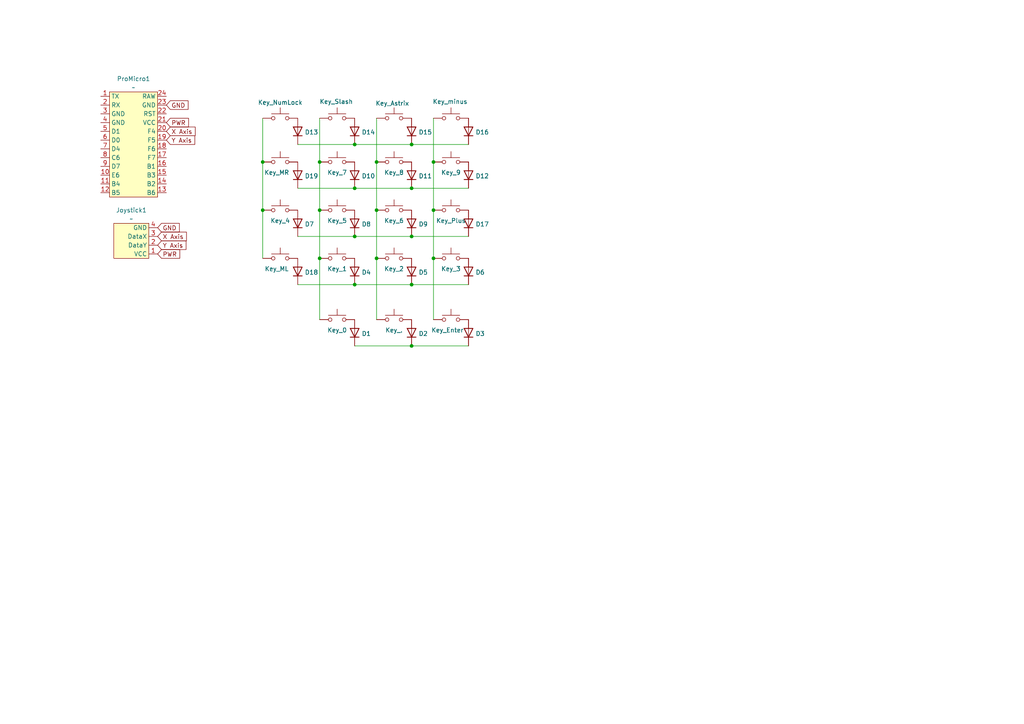
<source format=kicad_sch>
(kicad_sch (version 20250114) (generator "eeschema") (generator_version "9.0")
  (paper "A4")
  (lib_symbols
    (symbol "Device:D" (pin_numbers (hide yes)) (pin_names (offset 1.016) (hide yes))
      (property "Reference" "D" (at 0 2.54 0))
      (property "Value" "D" (at 0 -2.54 0))
      (symbol "D_0_1"
        (polyline (pts (xy -1.27 1.27) (xy -1.27 -1.27)) (stroke (width 0.254)))
        (polyline (pts (xy 1.27 1.27) (xy 1.27 -1.27) (xy -1.27 0) (xy 1.27 1.27)) (stroke (width 0.254)))
        (polyline (pts (xy 1.27 0) (xy -1.27 0)))
      )
      (symbol "D_1_1"
        (pin passive line (at -3.81 0 0) (length 2.54) (name "K") (number "1"))
        (pin passive line (at 3.81 0 180) (length 2.54) (name "A") (number "2"))
      )
    )
    (symbol "Switch:SW_Push" (pin_numbers (hide yes)) (pin_names (offset 1.016) (hide yes))
      (property "Reference" "SW" (at 1.27 2.54 0))
      (property "Value" "SW_Push" (at 0 -1.524 0))
      (symbol "SW_Push_0_1"
        (circle (center -2.032 0) (radius 0.508))
        (polyline (pts (xy 0 1.27) (xy 0 3.048)))
        (circle (center 2.032 0) (radius 0.508))
        (polyline (pts (xy 2.54 1.27) (xy -2.54 1.27)))
        (pin passive line (at -5.08 0 0) (length 2.54) (name "1") (number "1"))
        (pin passive line (at 5.08 0 180) (length 2.54) (name "2") (number "2"))
      )
    )
    (symbol "promico:Arduino_Promicro"
      (property "Reference" "ProMicro" (at 6.35 31.75 0))
      (symbol "Arduino_Promicro_0_1"
        (rectangle (start 0 30.48) (end 13.97 0) (fill (type background)))
      )
      (symbol "Arduino_Promicro_1_1"
        (pin bidirectional line (at -2.54 29.21 0) (length 2.54) (name "TX") (number "1"))
        (pin bidirectional line (at -2.54 26.67 0) (length 2.54) (name "RX") (number "2"))
        (pin bidirectional line (at -2.54 24.13 0) (length 2.54) (name "GND") (number "3"))
        (pin bidirectional line (at -2.54 21.59 0) (length 2.54) (name "GND") (number "4"))
        (pin bidirectional line (at -2.54 19.05 0) (length 2.54) (name "D1") (number "5"))
        (pin bidirectional line (at -2.54 16.51 0) (length 2.54) (name "D0") (number "6"))
        (pin bidirectional line (at -2.54 13.97 0) (length 2.54) (name "D4") (number "7"))
        (pin bidirectional line (at -2.54 11.43 0) (length 2.54) (name "C6") (number "8"))
        (pin bidirectional line (at -2.54 8.89 0) (length 2.54) (name "D7") (number "9"))
        (pin bidirectional line (at -2.54 6.35 0) (length 2.54) (name "E6") (number "10"))
        (pin bidirectional line (at -2.54 3.81 0) (length 2.54) (name "B4") (number "11"))
        (pin bidirectional line (at -2.54 1.27 0) (length 2.54) (name "B5") (number "12"))
        (pin bidirectional line (at 16.51 29.21 180) (length 2.54) (name "RAW") (number "24"))
        (pin bidirectional line (at 16.51 26.67 180) (length 2.54) (name "GND") (number "23"))
        (pin bidirectional line (at 16.51 24.13 180) (length 2.54) (name "RST") (number "22"))
        (pin power_in line (at 16.51 21.59 180) (length 2.54) (name "VCC") (number "21"))
        (pin bidirectional line (at 16.51 19.05 180) (length 2.54) (name "F4") (number "20"))
        (pin bidirectional line (at 16.51 16.51 180) (length 2.54) (name "F5") (number "19"))
        (pin bidirectional line (at 16.51 13.97 180) (length 2.54) (name "F6") (number "18"))
        (pin bidirectional line (at 16.51 11.43 180) (length 2.54) (name "F7") (number "17"))
        (pin bidirectional line (at 16.51 8.89 180) (length 2.54) (name "B1") (number "16"))
        (pin bidirectional line (at 16.51 6.35 180) (length 2.54) (name "B3") (number "15"))
        (pin bidirectional line (at 16.51 3.81 180) (length 2.54) (name "B2") (number "14"))
        (pin bidirectional line (at 16.51 1.27 180) (length 2.54) (name "B6") (number "13"))
      )
    )
    (symbol "promico:Joystick"
      (property "Reference" "Joystick" (at 5.08 11.43 0))
      (symbol "Joystick_1_1"
        (rectangle (start 0 10.16) (end 10.16 0) (fill (type background)))
        (pin power_in line (at -2.54 8.89 0) (length 2.54) (name "VCC") (number "1"))
        (pin output line (at -2.54 6.35 0) (length 2.54) (name "DataY") (number "2"))
        (pin output line (at -2.54 3.81 0) (length 2.54) (name "DataX") (number "3"))
        (pin bidirectional line (at -2.54 1.27 0) (length 2.54) (name "GND") (number "4"))
      )
    )
  )
  (junction (at 92.71 74.93))
  (junction (at 109.22 60.96))
  (junction (at 102.87 82.55))
  (junction (at 92.71 60.96))
  (junction (at 102.87 54.61))
  (junction (at 119.38 68.58))
  (junction (at 109.22 74.93))
  (junction (at 119.38 41.91))
  (junction (at 125.73 46.99))
  (junction (at 102.87 41.91))
  (junction (at 119.38 82.55))
  (junction (at 109.22 46.99))
  (junction (at 76.2 60.96))
  (junction (at 92.71 46.99))
  (junction (at 125.73 60.96))
  (junction (at 119.38 100.33))
  (junction (at 119.38 54.61))
  (junction (at 76.2 46.99))
  (junction (at 102.87 68.58))
  (junction (at 125.73 74.93))
  (wire (pts (xy 109.22 34.29) (xy 109.22 46.99)))
  (wire (pts (xy 92.71 74.93) (xy 92.71 92.71)))
  (wire (pts (xy 86.36 68.58) (xy 102.87 68.58)))
  (wire (pts (xy 92.71 60.96) (xy 92.71 74.93)))
  (wire (pts (xy 86.36 54.61) (xy 102.87 54.61)))
  (wire (pts (xy 125.73 46.99) (xy 125.73 60.96)))
  (wire (pts (xy 76.2 34.29) (xy 76.2 46.99)))
  (wire (pts (xy 119.38 41.91) (xy 135.89 41.91)))
  (wire (pts (xy 125.73 34.29) (xy 125.73 46.99)))
  (wire (pts (xy 119.38 54.61) (xy 135.89 54.61)))
  (wire (pts (xy 92.71 34.29) (xy 92.71 46.99)))
  (wire (pts (xy 109.22 60.96) (xy 109.22 74.93)))
  (wire (pts (xy 119.38 68.58) (xy 135.89 68.58)))
  (wire (pts (xy 76.2 60.96) (xy 76.2 74.93)))
  (wire (pts (xy 86.36 41.91) (xy 102.87 41.91)))
  (wire (pts (xy 102.87 82.55) (xy 119.38 82.55)))
  (wire (pts (xy 102.87 100.33) (xy 119.38 100.33)))
  (wire (pts (xy 125.73 74.93) (xy 125.73 92.71)))
  (wire (pts (xy 119.38 100.33) (xy 135.89 100.33)))
  (wire (pts (xy 102.87 68.58) (xy 119.38 68.58)))
  (wire (pts (xy 119.38 82.55) (xy 135.89 82.55)))
  (wire (pts (xy 102.87 41.91) (xy 119.38 41.91)))
  (wire (pts (xy 109.22 46.99) (xy 109.22 60.96)))
  (wire (pts (xy 125.73 60.96) (xy 125.73 74.93)))
  (wire (pts (xy 109.22 74.93) (xy 109.22 92.71)))
  (wire (pts (xy 92.71 46.99) (xy 92.71 60.96)))
  (wire (pts (xy 76.2 46.99) (xy 76.2 60.96)))
  (wire (pts (xy 86.36 82.55) (xy 102.87 82.55)))
  (wire (pts (xy 102.87 54.61) (xy 119.38 54.61)))
  (global_label "GND" (shape input) (at 48.26 30.48 0) (property "Intersheetrefs" "${INTERSHEET_REFS}" (effects (hide yes))))
  (global_label "PWR" (shape input) (at 48.26 35.56 0) (property "Intersheetrefs" "${INTERSHEET_REFS}" (effects (hide yes))))
  (global_label "X Axis" (shape input) (at 45.72 68.58 0) (property "Intersheetrefs" "${INTERSHEET_REFS}" (effects (hide yes))))
  (global_label "Y Axis" (shape input) (at 45.72 71.12 0) (property "Intersheetrefs" "${INTERSHEET_REFS}" (effects (hide yes))))
  (global_label "X Axis" (shape input) (at 48.26 38.1 0) (property "Intersheetrefs" "${INTERSHEET_REFS}" (effects (hide yes))))
  (global_label "GND" (shape input) (at 45.72 66.04 0) (property "Intersheetrefs" "${INTERSHEET_REFS}" (effects (hide yes))))
  (global_label "PWR" (shape input) (at 45.72 73.66 0) (property "Intersheetrefs" "${INTERSHEET_REFS}" (effects (hide yes))))
  (global_label "Y Axis" (shape input) (at 48.26 40.64 0) (property "Intersheetrefs" "${INTERSHEET_REFS}" (effects (hide yes))))
  (symbol (lib_id "Switch:SW_Push") (at 97.79 60.96 0) (unit 1)
    (property "Reference" "Key_5" (at 97.79 64.008 0))
    (property "Value" "SW_Push" (effects (hide yes)))
    (property "Description" "Push button switch, generic, two pins" (effects (hide yes)))
  )
  (symbol (lib_id "Switch:SW_Push") (at 97.79 34.29 0) (unit 1)
    (property "Reference" "Key_Slash" (at 97.536 29.464 0))
    (property "Value" "SW_Push" (effects (hide yes)))
    (property "Description" "Push button switch, generic, two pins" (effects (hide yes)))
  )
  (symbol (lib_id "Switch:SW_Push") (at 114.3 74.93 0) (unit 1)
    (property "Reference" "Key_2" (at 114.3 77.978 0))
    (property "Value" "SW_Push" (effects (hide yes)))
    (property "Description" "Push button switch, generic, two pins" (effects (hide yes)))
  )
  (symbol (lib_id "Device:D") (at 102.87 64.77 90) (unit 1)
    (property "Reference" "D8" (at 104.902 65.024 90) (effects (justify right)))
    (property "Value" "D" (effects (hide yes)))
    (property "Description" "Diode" (effects (hide yes)))
    (property "Sim.Device" "D" (effects (hide yes)))
    (property "Sim.Pins" "1=K 2=A" (effects (hide yes)))
  )
  (symbol (lib_id "Switch:SW_Push") (at 114.3 92.71 0) (unit 1)
    (property "Reference" "Key_." (at 114.3 95.758 0))
    (property "Value" "SW_Push" (effects (hide yes)))
    (property "Description" "Push button switch, generic, two pins" (effects (hide yes)))
  )
  (symbol (lib_id "Device:D") (at 135.89 78.74 90) (unit 1)
    (property "Reference" "D6" (at 137.922 78.994 90) (effects (justify right)))
    (property "Value" "D" (effects (hide yes)))
    (property "Description" "Diode" (effects (hide yes)))
    (property "Sim.Device" "D" (effects (hide yes)))
    (property "Sim.Pins" "1=K 2=A" (effects (hide yes)))
  )
  (symbol (lib_id "Device:D") (at 102.87 50.8 90) (unit 1)
    (property "Reference" "D10" (at 104.902 51.054 90) (effects (justify right)))
    (property "Value" "D" (effects (hide yes)))
    (property "Description" "Diode" (effects (hide yes)))
    (property "Sim.Device" "D" (effects (hide yes)))
    (property "Sim.Pins" "1=K 2=A" (effects (hide yes)))
  )
  (symbol (lib_id "Switch:SW_Push") (at 97.79 46.99 0) (unit 1)
    (property "Reference" "Key_7" (at 97.79 50.038 0))
    (property "Value" "SW_Push" (effects (hide yes)))
    (property "Description" "Push button switch, generic, two pins" (effects (hide yes)))
  )
  (symbol (lib_id "Switch:SW_Push") (at 81.28 34.29 0) (unit 1)
    (property "Reference" "Key_NumLock" (at 81.28 29.718 0))
    (property "Value" "SW_Push" (effects (hide yes)))
    (property "Description" "Push button switch, generic, two pins" (effects (hide yes)))
  )
  (symbol (lib_id "Switch:SW_Push") (at 130.81 74.93 0) (unit 1)
    (property "Reference" "Key_3" (at 130.81 77.978 0))
    (property "Value" "SW_Push" (effects (hide yes)))
    (property "Description" "Push button switch, generic, two pins" (effects (hide yes)))
  )
  (symbol (lib_id "Switch:SW_Push") (at 114.3 34.29 0) (unit 1)
    (property "Reference" "Key_Astrix" (at 113.792 29.972 0))
    (property "Value" "SW_Push" (effects (hide yes)))
    (property "Description" "Push button switch, generic, two pins" (effects (hide yes)))
  )
  (symbol (lib_id "Device:D") (at 102.87 78.74 90) (unit 1)
    (property "Reference" "D4" (at 104.902 78.994 90) (effects (justify right)))
    (property "Value" "D" (effects (hide yes)))
    (property "Description" "Diode" (effects (hide yes)))
    (property "Sim.Device" "D" (effects (hide yes)))
    (property "Sim.Pins" "1=K 2=A" (effects (hide yes)))
  )
  (symbol (lib_id "Device:D") (at 135.89 64.77 90) (unit 1)
    (property "Reference" "D17" (at 137.922 65.024 90) (effects (justify right)))
    (property "Value" "D" (effects (hide yes)))
    (property "Description" "Diode" (effects (hide yes)))
    (property "Sim.Device" "D" (effects (hide yes)))
    (property "Sim.Pins" "1=K 2=A" (effects (hide yes)))
  )
  (symbol (lib_id "Switch:SW_Push") (at 81.28 46.99 0) (unit 1)
    (property "Reference" "Key_MR" (at 80.264 50.038 0))
    (property "Value" "SW_Push" (effects (hide yes)))
    (property "Description" "Push button switch, generic, two pins" (effects (hide yes)))
  )
  (symbol (lib_id "Device:D") (at 86.36 50.8 90) (unit 1)
    (property "Reference" "D19" (at 88.392 51.054 90) (effects (justify right)))
    (property "Value" "D" (effects (hide yes)))
    (property "Description" "Diode" (effects (hide yes)))
    (property "Sim.Device" "D" (effects (hide yes)))
    (property "Sim.Pins" "1=K 2=A" (effects (hide yes)))
  )
  (symbol (lib_id "Switch:SW_Push") (at 114.3 46.99 0) (unit 1)
    (property "Reference" "Key_8" (at 114.3 50.038 0))
    (property "Value" "SW_Push" (effects (hide yes)))
    (property "Description" "Push button switch, generic, two pins" (effects (hide yes)))
  )
  (symbol (lib_id "Device:D") (at 102.87 96.52 90) (unit 1)
    (property "Reference" "D1" (at 104.902 96.774 90) (effects (justify right)))
    (property "Value" "D" (effects (hide yes)))
    (property "Description" "Diode" (effects (hide yes)))
    (property "Sim.Device" "D" (effects (hide yes)))
    (property "Sim.Pins" "1=K 2=A" (effects (hide yes)))
  )
  (symbol (lib_id "Device:D") (at 86.36 78.74 90) (unit 1)
    (property "Reference" "D18" (at 88.392 78.994 90) (effects (justify right)))
    (property "Value" "D" (effects (hide yes)))
    (property "Description" "Diode" (effects (hide yes)))
    (property "Sim.Device" "D" (effects (hide yes)))
    (property "Sim.Pins" "1=K 2=A" (effects (hide yes)))
  )
  (symbol (lib_id "Device:D") (at 119.38 64.77 90) (unit 1)
    (property "Reference" "D9" (at 121.412 65.024 90) (effects (justify right)))
    (property "Value" "D" (effects (hide yes)))
    (property "Description" "Diode" (effects (hide yes)))
    (property "Sim.Device" "D" (effects (hide yes)))
    (property "Sim.Pins" "1=K 2=A" (effects (hide yes)))
  )
  (symbol (lib_id "Switch:SW_Push") (at 97.79 92.71 0) (unit 1)
    (property "Reference" "Key_0" (at 97.79 95.758 0))
    (property "Value" "SW_Push" (effects (hide yes)))
    (property "Description" "Push button switch, generic, two pins" (effects (hide yes)))
  )
  (symbol (lib_id "Device:D") (at 119.38 96.52 90) (unit 1)
    (property "Reference" "D2" (at 121.412 96.774 90) (effects (justify right)))
    (property "Value" "D" (effects (hide yes)))
    (property "Description" "Diode" (effects (hide yes)))
    (property "Sim.Device" "D" (effects (hide yes)))
    (property "Sim.Pins" "1=K 2=A" (effects (hide yes)))
  )
  (symbol (lib_id "Device:D") (at 135.89 96.52 90) (unit 1)
    (property "Reference" "D3" (at 137.922 96.774 90) (effects (justify right)))
    (property "Value" "D" (effects (hide yes)))
    (property "Description" "Diode" (effects (hide yes)))
    (property "Sim.Device" "D" (effects (hide yes)))
    (property "Sim.Pins" "1=K 2=A" (effects (hide yes)))
  )
  (symbol (lib_id "Device:D") (at 119.38 38.1 90) (unit 1)
    (property "Reference" "D15" (at 121.412 38.354 90) (effects (justify right)))
    (property "Value" "D" (effects (hide yes)))
    (property "Description" "Diode" (effects (hide yes)))
    (property "Sim.Device" "D" (effects (hide yes)))
    (property "Sim.Pins" "1=K 2=A" (effects (hide yes)))
  )
  (symbol (lib_id "Device:D") (at 86.36 64.77 90) (unit 1)
    (property "Reference" "D7" (at 88.392 65.024 90) (effects (justify right)))
    (property "Value" "D" (effects (hide yes)))
    (property "Description" "Diode" (effects (hide yes)))
    (property "Sim.Device" "D" (effects (hide yes)))
    (property "Sim.Pins" "1=K 2=A" (effects (hide yes)))
  )
  (symbol (lib_id "Device:D") (at 86.36 38.1 90) (unit 1)
    (property "Reference" "D13" (at 88.392 38.354 90) (effects (justify right)))
    (property "Value" "D" (effects (hide yes)))
    (property "Description" "Diode" (effects (hide yes)))
    (property "Sim.Device" "D" (effects (hide yes)))
    (property "Sim.Pins" "1=K 2=A" (effects (hide yes)))
  )
  (symbol (lib_id "Switch:SW_Push") (at 130.81 60.96 0) (unit 1)
    (property "Reference" "Key_Plus" (at 130.81 64.008 0))
    (property "Value" "SW_Push" (effects (hide yes)))
    (property "Description" "Push button switch, generic, two pins" (effects (hide yes)))
  )
  (symbol (lib_id "Device:D") (at 119.38 78.74 90) (unit 1)
    (property "Reference" "D5" (at 121.412 78.994 90) (effects (justify right)))
    (property "Value" "D" (effects (hide yes)))
    (property "Description" "Diode" (effects (hide yes)))
    (property "Sim.Device" "D" (effects (hide yes)))
    (property "Sim.Pins" "1=K 2=A" (effects (hide yes)))
  )
  (symbol (lib_id "promico:Joystick") (at 43.18 64.77 180) (unit 1)
    (property "Reference" "Joystick1" (at 38.1 60.96 0))
    (property "Value" "~" (at 38.1 63.5 0))
  )
  (symbol (lib_id "Device:D") (at 119.38 50.8 90) (unit 1)
    (property "Reference" "D11" (at 121.412 51.054 90) (effects (justify right)))
    (property "Value" "D" (effects (hide yes)))
    (property "Description" "Diode" (effects (hide yes)))
    (property "Sim.Device" "D" (effects (hide yes)))
    (property "Sim.Pins" "1=K 2=A" (effects (hide yes)))
  )
  (symbol (lib_id "Switch:SW_Push") (at 130.81 92.71 0) (unit 1)
    (property "Reference" "Key_Enter" (at 129.794 95.758 0))
    (property "Value" "SW_Push" (effects (hide yes)))
    (property "Description" "Push button switch, generic, two pins" (effects (hide yes)))
  )
  (symbol (lib_id "Device:D") (at 135.89 50.8 90) (unit 1)
    (property "Reference" "D12" (at 137.922 51.054 90) (effects (justify right)))
    (property "Value" "D" (effects (hide yes)))
    (property "Description" "Diode" (effects (hide yes)))
    (property "Sim.Device" "D" (effects (hide yes)))
    (property "Sim.Pins" "1=K 2=A" (effects (hide yes)))
  )
  (symbol (lib_id "Switch:SW_Push") (at 130.81 34.29 0) (unit 1)
    (property "Reference" "Key_minus" (at 130.556 29.464 0))
    (property "Value" "SW_Push" (effects (hide yes)))
    (property "Description" "Push button switch, generic, two pins" (effects (hide yes)))
  )
  (symbol (lib_id "Device:D") (at 135.89 38.1 90) (unit 1)
    (property "Reference" "D16" (at 137.922 38.354 90) (effects (justify right)))
    (property "Value" "D" (effects (hide yes)))
    (property "Description" "Diode" (effects (hide yes)))
    (property "Sim.Device" "D" (effects (hide yes)))
    (property "Sim.Pins" "1=K 2=A" (effects (hide yes)))
  )
  (symbol (lib_id "Switch:SW_Push") (at 130.81 46.99 0) (unit 1)
    (property "Reference" "Key_9" (at 130.81 50.038 0))
    (property "Value" "SW_Push" (effects (hide yes)))
    (property "Description" "Push button switch, generic, two pins" (effects (hide yes)))
  )
  (symbol (lib_id "Switch:SW_Push") (at 81.28 60.96 0) (unit 1)
    (property "Reference" "Key_4" (at 81.28 64.008 0))
    (property "Value" "SW_Push" (effects (hide yes)))
    (property "Description" "Push button switch, generic, two pins" (effects (hide yes)))
  )
  (symbol (lib_id "Switch:SW_Push") (at 81.28 74.93 0) (unit 1)
    (property "Reference" "Key_ML" (at 80.264 77.978 0))
    (property "Value" "SW_Push" (effects (hide yes)))
    (property "Description" "Push button switch, generic, two pins" (effects (hide yes)))
  )
  (symbol (lib_id "Switch:SW_Push") (at 97.79 74.93 0) (unit 1)
    (property "Reference" "Key_1" (at 97.79 77.978 0))
    (property "Value" "SW_Push" (effects (hide yes)))
    (property "Description" "Push button switch, generic, two pins" (effects (hide yes)))
  )
  (symbol (lib_id "Switch:SW_Push") (at 114.3 60.96 0) (unit 1)
    (property "Reference" "Key_6" (at 114.3 64.008 0))
    (property "Value" "SW_Push" (effects (hide yes)))
    (property "Description" "Push button switch, generic, two pins" (effects (hide yes)))
  )
  (symbol (lib_id "promico:Arduino_Promicro") (at 31.75 57.15 0) (unit 1)
    (property "Reference" "ProMicro1" (at 38.735 22.86 0))
    (property "Value" "~" (at 38.735 25.4 0))
  )
  (symbol (lib_id "Device:D") (at 102.87 38.1 90) (unit 1)
    (property "Reference" "D14" (at 104.902 38.354 90) (effects (justify right)))
    (property "Value" "D" (effects (hide yes)))
    (property "Description" "Diode" (effects (hide yes)))
    (property "Sim.Device" "D" (effects (hide yes)))
    (property "Sim.Pins" "1=K 2=A" (effects (hide yes)))
  )
)
</source>
